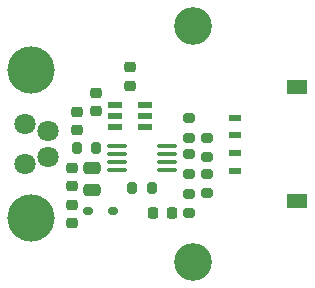
<source format=gbr>
%TF.GenerationSoftware,KiCad,Pcbnew,8.0.8*%
%TF.CreationDate,2025-02-03T14:17:38+01:00*%
%TF.ProjectId,FT25-SLS,46543235-2d53-44c5-932e-6b696361645f,rev?*%
%TF.SameCoordinates,Original*%
%TF.FileFunction,Soldermask,Top*%
%TF.FilePolarity,Negative*%
%FSLAX46Y46*%
G04 Gerber Fmt 4.6, Leading zero omitted, Abs format (unit mm)*
G04 Created by KiCad (PCBNEW 8.0.8) date 2025-02-03 14:17:38*
%MOMM*%
%LPD*%
G01*
G04 APERTURE LIST*
G04 Aperture macros list*
%AMRoundRect*
0 Rectangle with rounded corners*
0 $1 Rounding radius*
0 $2 $3 $4 $5 $6 $7 $8 $9 X,Y pos of 4 corners*
0 Add a 4 corners polygon primitive as box body*
4,1,4,$2,$3,$4,$5,$6,$7,$8,$9,$2,$3,0*
0 Add four circle primitives for the rounded corners*
1,1,$1+$1,$2,$3*
1,1,$1+$1,$4,$5*
1,1,$1+$1,$6,$7*
1,1,$1+$1,$8,$9*
0 Add four rect primitives between the rounded corners*
20,1,$1+$1,$2,$3,$4,$5,0*
20,1,$1+$1,$4,$5,$6,$7,0*
20,1,$1+$1,$6,$7,$8,$9,0*
20,1,$1+$1,$8,$9,$2,$3,0*%
G04 Aperture macros list end*
%ADD10RoundRect,0.200000X0.200000X0.275000X-0.200000X0.275000X-0.200000X-0.275000X0.200000X-0.275000X0*%
%ADD11RoundRect,0.200000X0.275000X-0.200000X0.275000X0.200000X-0.275000X0.200000X-0.275000X-0.200000X0*%
%ADD12RoundRect,0.200000X-0.275000X0.200000X-0.275000X-0.200000X0.275000X-0.200000X0.275000X0.200000X0*%
%ADD13RoundRect,0.225000X0.250000X-0.225000X0.250000X0.225000X-0.250000X0.225000X-0.250000X-0.225000X0*%
%ADD14RoundRect,0.225000X-0.250000X0.225000X-0.250000X-0.225000X0.250000X-0.225000X0.250000X0.225000X0*%
%ADD15R,1.000000X0.600000*%
%ADD16R,1.800000X1.250000*%
%ADD17RoundRect,0.150000X-0.250000X-0.150000X0.250000X-0.150000X0.250000X0.150000X-0.250000X0.150000X0*%
%ADD18RoundRect,0.218750X-0.218750X-0.256250X0.218750X-0.256250X0.218750X0.256250X-0.218750X0.256250X0*%
%ADD19RoundRect,0.218750X-0.256250X0.218750X-0.256250X-0.218750X0.256250X-0.218750X0.256250X0.218750X0*%
%ADD20C,1.800000*%
%ADD21C,4.000000*%
%ADD22RoundRect,0.250000X-0.475000X0.250000X-0.475000X-0.250000X0.475000X-0.250000X0.475000X0.250000X0*%
%ADD23C,3.200000*%
%ADD24RoundRect,0.100000X0.712500X0.100000X-0.712500X0.100000X-0.712500X-0.100000X0.712500X-0.100000X0*%
%ADD25R,1.200000X0.600000*%
G04 APERTURE END LIST*
D10*
%TO.C,R4*%
X126825000Y-60330000D03*
X125175000Y-60330000D03*
%TD*%
D11*
%TO.C,R18*%
X134700000Y-59475000D03*
X134700000Y-57825000D03*
%TD*%
D12*
%TO.C,R1*%
X134720000Y-64205000D03*
X134720000Y-65855000D03*
%TD*%
D11*
%TO.C,R7*%
X134700000Y-62500000D03*
X134700000Y-60850000D03*
%TD*%
D13*
%TO.C,C16*%
X125190000Y-58845000D03*
X125190000Y-57295000D03*
%TD*%
D11*
%TO.C,R21*%
X136200000Y-64150000D03*
X136200000Y-62500000D03*
%TD*%
D13*
%TO.C,C19*%
X129690000Y-55055000D03*
X129690000Y-53505000D03*
%TD*%
D14*
%TO.C,C21*%
X124750000Y-62005000D03*
X124750000Y-63555000D03*
%TD*%
D15*
%TO.C,J2*%
X138620000Y-62250000D03*
X138620000Y-60750000D03*
X138620000Y-59250001D03*
X138620000Y-57749999D03*
D16*
X143810000Y-55145000D03*
X143810000Y-64854999D03*
%TD*%
D17*
%TO.C,D1*%
X126162500Y-65670000D03*
X128262500Y-65670000D03*
%TD*%
D18*
%TO.C,D2*%
X131662500Y-65860000D03*
X133237500Y-65860000D03*
%TD*%
D19*
%TO.C,F1*%
X124780000Y-65112500D03*
X124780000Y-66687500D03*
%TD*%
D11*
%TO.C,R2*%
X136200000Y-61125000D03*
X136200000Y-59475000D03*
%TD*%
D20*
%TO.C,J1*%
X120820000Y-61700000D03*
X122770000Y-61075000D03*
X120820000Y-58300000D03*
X122770000Y-58925000D03*
D21*
X121320000Y-53750000D03*
X121320000Y-66250000D03*
%TD*%
D22*
%TO.C,C20*%
X126510000Y-62000000D03*
X126510000Y-63900000D03*
%TD*%
D10*
%TO.C,R12*%
X131525000Y-63675000D03*
X129875000Y-63675000D03*
%TD*%
D23*
%TO.C,H1*%
X134990000Y-49990000D03*
%TD*%
D24*
%TO.C,U3*%
X132787500Y-62150000D03*
X132787500Y-61500000D03*
X132787500Y-60850000D03*
X132787500Y-60200000D03*
X128562500Y-60200000D03*
X128562500Y-60850000D03*
X128562500Y-61500000D03*
X128562500Y-62150000D03*
%TD*%
D13*
%TO.C,C18*%
X126840000Y-57215000D03*
X126840000Y-55665000D03*
%TD*%
D25*
%TO.C,IC2*%
X130960000Y-58550000D03*
X130960000Y-57600000D03*
X130960000Y-56650000D03*
X128460000Y-56650000D03*
X128460000Y-57600000D03*
X128460000Y-58550000D03*
%TD*%
D23*
%TO.C,H2*%
X135000000Y-70000000D03*
%TD*%
M02*

</source>
